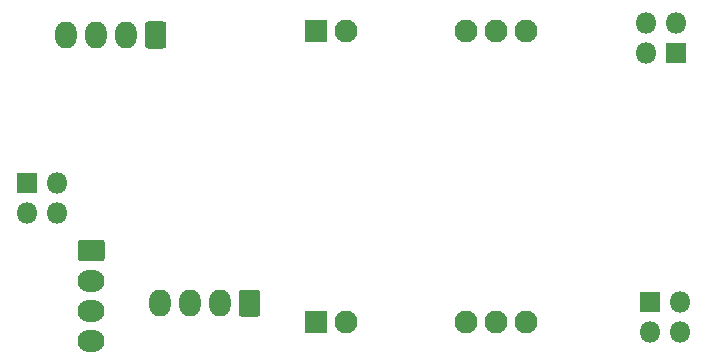
<source format=gbs>
G04 #@! TF.GenerationSoftware,KiCad,Pcbnew,(5.1.6)-1*
G04 #@! TF.CreationDate,2021-04-15T23:13:23+02:00*
G04 #@! TF.ProjectId,GateDriver,47617465-4472-4697-9665-722e6b696361,rev?*
G04 #@! TF.SameCoordinates,Original*
G04 #@! TF.FileFunction,Soldermask,Bot*
G04 #@! TF.FilePolarity,Negative*
%FSLAX46Y46*%
G04 Gerber Fmt 4.6, Leading zero omitted, Abs format (unit mm)*
G04 Created by KiCad (PCBNEW (5.1.6)-1) date 2021-04-15 23:13:23*
%MOMM*%
%LPD*%
G01*
G04 APERTURE LIST*
%ADD10O,1.800000X1.800000*%
%ADD11R,1.800000X1.800000*%
%ADD12O,1.840000X2.290000*%
%ADD13O,2.290000X1.840000*%
%ADD14C,1.950000*%
%ADD15R,1.950000X1.950000*%
G04 APERTURE END LIST*
D10*
X112590000Y-79240000D03*
X112590000Y-76700000D03*
X110050000Y-79240000D03*
D11*
X110050000Y-76700000D03*
D10*
X109685000Y-53110000D03*
X109685000Y-55650000D03*
X112225000Y-53110000D03*
D11*
X112225000Y-55650000D03*
D10*
X59890000Y-69190000D03*
X59890000Y-66650000D03*
X57350000Y-69190000D03*
D11*
X57350000Y-66650000D03*
D12*
X60580000Y-54100000D03*
X63120000Y-54100000D03*
X65660000Y-54100000D03*
G36*
G01*
X69120000Y-53219367D02*
X69120000Y-54980633D01*
G75*
G02*
X68855633Y-55245000I-264367J0D01*
G01*
X67544367Y-55245000D01*
G75*
G02*
X67280000Y-54980633I0J264367D01*
G01*
X67280000Y-53219367D01*
G75*
G02*
X67544367Y-52955000I264367J0D01*
G01*
X68855633Y-52955000D01*
G75*
G02*
X69120000Y-53219367I0J-264367D01*
G01*
G37*
X68530000Y-76800000D03*
X71070000Y-76800000D03*
X73610000Y-76800000D03*
G36*
G01*
X77070000Y-75919367D02*
X77070000Y-77680633D01*
G75*
G02*
X76805633Y-77945000I-264367J0D01*
G01*
X75494367Y-77945000D01*
G75*
G02*
X75230000Y-77680633I0J264367D01*
G01*
X75230000Y-75919367D01*
G75*
G02*
X75494367Y-75655000I264367J0D01*
G01*
X76805633Y-75655000D01*
G75*
G02*
X77070000Y-75919367I0J-264367D01*
G01*
G37*
D13*
X62750000Y-79970000D03*
X62750000Y-77430000D03*
X62750000Y-74890000D03*
G36*
G01*
X61869367Y-71430000D02*
X63630633Y-71430000D01*
G75*
G02*
X63895000Y-71694367I0J-264367D01*
G01*
X63895000Y-73005633D01*
G75*
G02*
X63630633Y-73270000I-264367J0D01*
G01*
X61869367Y-73270000D01*
G75*
G02*
X61605000Y-73005633I0J264367D01*
G01*
X61605000Y-71694367D01*
G75*
G02*
X61869367Y-71430000I264367J0D01*
G01*
G37*
D14*
X99580000Y-53800000D03*
X97040000Y-53800000D03*
X94500000Y-53800000D03*
X84340000Y-53800000D03*
D15*
X81800000Y-53800000D03*
X81800000Y-78400000D03*
D14*
X84340000Y-78400000D03*
X94500000Y-78400000D03*
X97040000Y-78400000D03*
X99580000Y-78400000D03*
M02*

</source>
